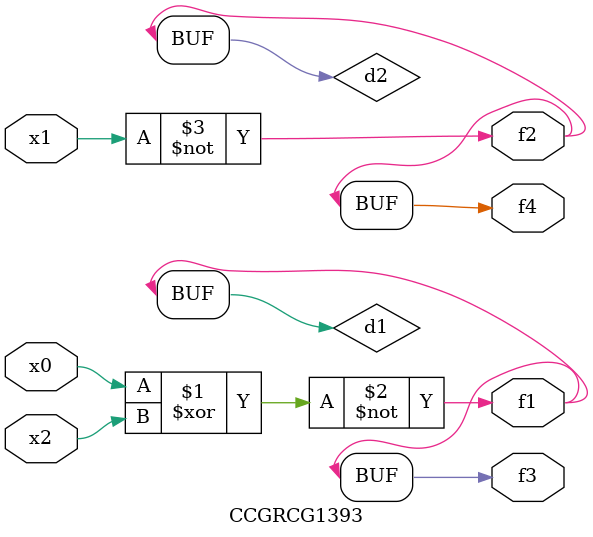
<source format=v>
module CCGRCG1393(
	input x0, x1, x2,
	output f1, f2, f3, f4
);

	wire d1, d2, d3;

	xnor (d1, x0, x2);
	nand (d2, x1);
	nor (d3, x1, x2);
	assign f1 = d1;
	assign f2 = d2;
	assign f3 = d1;
	assign f4 = d2;
endmodule

</source>
